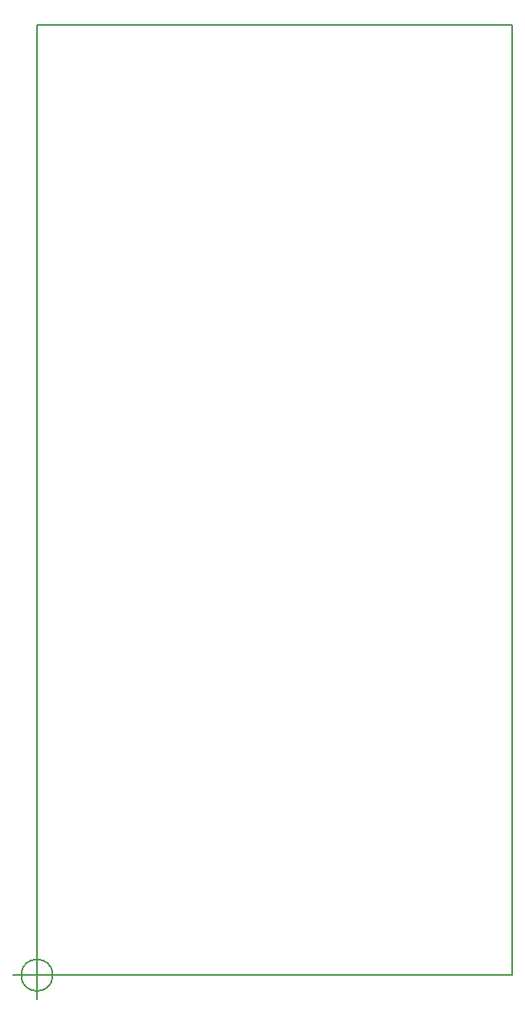
<source format=gbr>
%TF.GenerationSoftware,KiCad,Pcbnew,(5.0.2)-1*%
%TF.CreationDate,2020-01-28T14:28:06-08:00*%
%TF.ProjectId,DMX_CTRL,444d585f-4354-4524-9c2e-6b696361645f,rev?*%
%TF.SameCoordinates,PX4c4b400PY8f0d180*%
%TF.FileFunction,Profile,NP*%
%FSLAX46Y46*%
G04 Gerber Fmt 4.6, Leading zero omitted, Abs format (unit mm)*
G04 Created by KiCad (PCBNEW (5.0.2)-1) date 1/28/2020 2:28:06 PM*
%MOMM*%
%LPD*%
G01*
G04 APERTURE LIST*
%ADD10C,0.150000*%
G04 APERTURE END LIST*
D10*
X1666666Y0D02*
G75*
G03X1666666Y0I-1666666J0D01*
G01*
X-2500000Y0D02*
X2500000Y0D01*
X0Y2500000D02*
X0Y-2500000D01*
X0Y100000000D02*
X0Y0D01*
X50000000Y100000000D02*
X0Y100000000D01*
X50000000Y0D02*
X50000000Y100000000D01*
X0Y0D02*
X50000000Y0D01*
M02*

</source>
